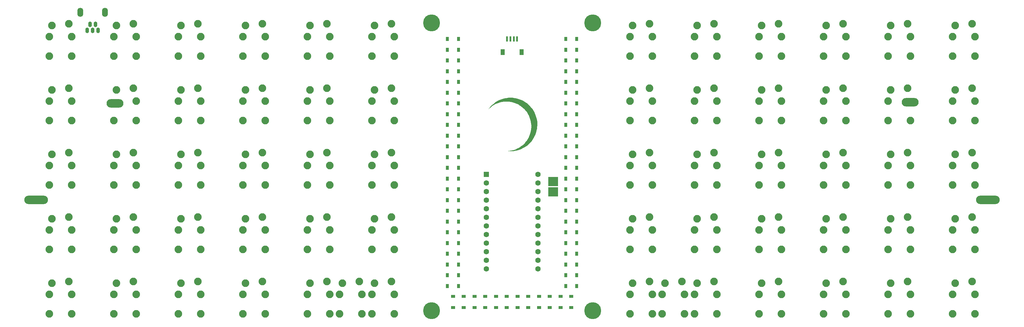
<source format=gbr>
G04 #@! TF.GenerationSoftware,KiCad,Pcbnew,(6.99.0-566-g22ff66f142)*
G04 #@! TF.CreationDate,2022-04-28T17:10:11+03:00*
G04 #@! TF.ProjectId,lumberjerk,6c756d62-6572-46a6-9572-6b2e6b696361,1.2*
G04 #@! TF.SameCoordinates,Original*
G04 #@! TF.FileFunction,Soldermask,Top*
G04 #@! TF.FilePolarity,Negative*
%FSLAX46Y46*%
G04 Gerber Fmt 4.6, Leading zero omitted, Abs format (unit mm)*
G04 Created by KiCad (PCBNEW (6.99.0-566-g22ff66f142)) date 2022-04-28 17:10:11*
%MOMM*%
%LPD*%
G01*
G04 APERTURE LIST*
G04 Aperture macros list*
%AMRoundRect*
0 Rectangle with rounded corners*
0 $1 Rounding radius*
0 $2 $3 $4 $5 $6 $7 $8 $9 X,Y pos of 4 corners*
0 Add a 4 corners polygon primitive as box body*
4,1,4,$2,$3,$4,$5,$6,$7,$8,$9,$2,$3,0*
0 Add four circle primitives for the rounded corners*
1,1,$1+$1,$2,$3*
1,1,$1+$1,$4,$5*
1,1,$1+$1,$6,$7*
1,1,$1+$1,$8,$9*
0 Add four rect primitives between the rounded corners*
20,1,$1+$1,$2,$3,$4,$5,0*
20,1,$1+$1,$4,$5,$6,$7,0*
20,1,$1+$1,$6,$7,$8,$9,0*
20,1,$1+$1,$8,$9,$2,$3,0*%
G04 Aperture macros list end*
%ADD10C,5.000000*%
%ADD11O,7.000000X2.500000*%
%ADD12R,0.900000X1.200000*%
%ADD13R,1.200000X0.900000*%
%ADD14C,2.250000*%
%ADD15R,3.000000X2.750000*%
%ADD16O,5.000000X2.500000*%
%ADD17R,1.200000X1.800000*%
%ADD18R,0.600000X1.550000*%
%ADD19R,1.600000X1.600000*%
%ADD20C,1.600000*%
%ADD21RoundRect,0.550000X0.000000X0.275000X0.000000X0.275000X0.000000X-0.275000X0.000000X-0.275000X0*%
%ADD22RoundRect,0.850000X0.000000X-0.500000X0.000000X-0.500000X0.000000X0.500000X0.000000X0.500000X0*%
G04 APERTURE END LIST*
G36*
X152047525Y-81667698D02*
G01*
X152242430Y-81670159D01*
X152427202Y-81674955D01*
X152595324Y-81682085D01*
X152740276Y-81691549D01*
X152844646Y-81701951D01*
X153376806Y-81784396D01*
X153891212Y-81897227D01*
X154389266Y-82040856D01*
X154872375Y-82215696D01*
X155341943Y-82422158D01*
X155407481Y-82454003D01*
X155563585Y-82531677D01*
X155697546Y-82600781D01*
X155818244Y-82666408D01*
X155934561Y-82733654D01*
X156055378Y-82807614D01*
X156189576Y-82893382D01*
X156304240Y-82968452D01*
X156734073Y-83272538D01*
X157138595Y-83600640D01*
X157517296Y-83951273D01*
X157869667Y-84322948D01*
X158195199Y-84714180D01*
X158493382Y-85123481D01*
X158763706Y-85549366D01*
X159005663Y-85990348D01*
X159218743Y-86444939D01*
X159402436Y-86911654D01*
X159556233Y-87389006D01*
X159679624Y-87875508D01*
X159772101Y-88369673D01*
X159833154Y-88870016D01*
X159862273Y-89375049D01*
X159858948Y-89883285D01*
X159822672Y-90393239D01*
X159752933Y-90903423D01*
X159649223Y-91412351D01*
X159511032Y-91918537D01*
X159443111Y-92128414D01*
X159258305Y-92619524D01*
X159043096Y-93093551D01*
X158798784Y-93549428D01*
X158526667Y-93986087D01*
X158228043Y-94402461D01*
X157904211Y-94797484D01*
X157556470Y-95170087D01*
X157186116Y-95519205D01*
X156794450Y-95843769D01*
X156382769Y-96142712D01*
X155952372Y-96414968D01*
X155504557Y-96659469D01*
X155040623Y-96875148D01*
X154561867Y-97060938D01*
X154069589Y-97215772D01*
X153565086Y-97338582D01*
X153049658Y-97428301D01*
X152983952Y-97437212D01*
X152454971Y-97488966D01*
X151922537Y-97506087D01*
X151394996Y-97488630D01*
X151300677Y-97481539D01*
X151212683Y-97473383D01*
X151140597Y-97465147D01*
X151094003Y-97457818D01*
X151092615Y-97457515D01*
X151056034Y-97448924D01*
X151045649Y-97443997D01*
X151064343Y-97441473D01*
X151114999Y-97440090D01*
X151133142Y-97439772D01*
X151192424Y-97437165D01*
X151276873Y-97431351D01*
X151376306Y-97423124D01*
X151480542Y-97413281D01*
X151506672Y-97410607D01*
X152007148Y-97341055D01*
X152496872Y-97238373D01*
X152974571Y-97103668D01*
X153438972Y-96938050D01*
X153888803Y-96742625D01*
X154322790Y-96518503D01*
X154739660Y-96266791D01*
X155138141Y-95988598D01*
X155516958Y-95685032D01*
X155874841Y-95357200D01*
X156210514Y-95006212D01*
X156522706Y-94633174D01*
X156810144Y-94239196D01*
X157071554Y-93825385D01*
X157305663Y-93392850D01*
X157511200Y-92942699D01*
X157686890Y-92476039D01*
X157831460Y-91993980D01*
X157860581Y-91879394D01*
X157911321Y-91661074D01*
X157953644Y-91451261D01*
X157989956Y-91236610D01*
X158022664Y-91003777D01*
X158032229Y-90927606D01*
X158045090Y-90793605D01*
X158054847Y-90631721D01*
X158061500Y-90449507D01*
X158065048Y-90254520D01*
X158065489Y-90054313D01*
X158062825Y-89856442D01*
X158057053Y-89668462D01*
X158048173Y-89497928D01*
X158036184Y-89352393D01*
X158032377Y-89318050D01*
X157954096Y-88800651D01*
X157843685Y-88298464D01*
X157700975Y-87811090D01*
X157525801Y-87338129D01*
X157317996Y-86879180D01*
X157077394Y-86433843D01*
X156803829Y-86001717D01*
X156497134Y-85582404D01*
X156458324Y-85533216D01*
X156360908Y-85416578D01*
X156241726Y-85283294D01*
X156106596Y-85139179D01*
X155961337Y-84990051D01*
X155811767Y-84841725D01*
X155663705Y-84700018D01*
X155522968Y-84570748D01*
X155395377Y-84459730D01*
X155334842Y-84410096D01*
X155043198Y-84189704D01*
X154732486Y-83977670D01*
X154412873Y-83780414D01*
X154094528Y-83604357D01*
X153921504Y-83517850D01*
X153467677Y-83318727D01*
X153001829Y-83151178D01*
X152521906Y-83014620D01*
X152025855Y-82908470D01*
X151511622Y-82832145D01*
X151501719Y-82830987D01*
X151412363Y-82823311D01*
X151293913Y-82817204D01*
X151152817Y-82812663D01*
X150995520Y-82809684D01*
X150828469Y-82808266D01*
X150658110Y-82808407D01*
X150490890Y-82810103D01*
X150333254Y-82813353D01*
X150191650Y-82818154D01*
X150072523Y-82824504D01*
X149989814Y-82831546D01*
X149475613Y-82905730D01*
X148973376Y-83013132D01*
X148484020Y-83153324D01*
X148008458Y-83325878D01*
X147547608Y-83530365D01*
X147102383Y-83766357D01*
X146673699Y-84033427D01*
X146262472Y-84331146D01*
X145869616Y-84659086D01*
X145654317Y-84859315D01*
X145565247Y-84945307D01*
X145499570Y-85008155D01*
X145455127Y-85049468D01*
X145429761Y-85070856D01*
X145421316Y-85073929D01*
X145427633Y-85060296D01*
X145446555Y-85031567D01*
X145471429Y-84995781D01*
X145706306Y-84681540D01*
X145970607Y-84366846D01*
X146258727Y-84057450D01*
X146565063Y-83759106D01*
X146884009Y-83477563D01*
X147184371Y-83237865D01*
X147606634Y-82940305D01*
X148048911Y-82671683D01*
X148509720Y-82432590D01*
X148987581Y-82223618D01*
X149481011Y-82045359D01*
X149988531Y-81898403D01*
X150508659Y-81783342D01*
X151030360Y-81701951D01*
X151149169Y-81690407D01*
X151296956Y-81681196D01*
X151467204Y-81674320D01*
X151653394Y-81669779D01*
X151849007Y-81667571D01*
X152047525Y-81667698D01*
G37*
D10*
X128587608Y-59531300D03*
X176212648Y-59531300D03*
X128587608Y-144661059D03*
X176212648Y-144661059D03*
D11*
X11905967Y-111893749D03*
X292893717Y-111893749D03*
D12*
X136587467Y-111918749D03*
X133287467Y-111918749D03*
D13*
X163512467Y-140431249D03*
X163512467Y-143731249D03*
D14*
X196724968Y-139835000D03*
X196724968Y-145555000D03*
X197524968Y-136493750D03*
X202524968Y-135993750D03*
X203324968Y-139835000D03*
X203324968Y-145555000D03*
D12*
X168212467Y-111918749D03*
X171512467Y-111918749D03*
D13*
X147637467Y-140431249D03*
X147637467Y-143731249D03*
D12*
X136587467Y-73818749D03*
X133287467Y-73818749D03*
D14*
X110999968Y-63635000D03*
X110999968Y-69355000D03*
X111799968Y-60293750D03*
X116799968Y-59793750D03*
X117599968Y-63635000D03*
X117599968Y-69355000D03*
X91949968Y-63635000D03*
X91949968Y-69355000D03*
X92749968Y-60293750D03*
X97749968Y-59793750D03*
X98549968Y-63635000D03*
X98549968Y-69355000D03*
D12*
X168212467Y-121443749D03*
X171512467Y-121443749D03*
X168212467Y-134143749D03*
X171512467Y-134143749D03*
D14*
X34799968Y-101735000D03*
X34799968Y-107455000D03*
X35599968Y-98393750D03*
X40599968Y-97893750D03*
X41399968Y-101735000D03*
X41399968Y-107455000D03*
D15*
X164549967Y-109492349D03*
X164549967Y-106495149D03*
D12*
X168212467Y-76993749D03*
X171512467Y-76993749D03*
D14*
X187199968Y-63635000D03*
X187199968Y-69355000D03*
X187999968Y-60293750D03*
X192999968Y-59793750D03*
X193799968Y-63635000D03*
X193799968Y-69355000D03*
D16*
X269959967Y-82995749D03*
D12*
X168212467Y-124618749D03*
X171512467Y-124618749D03*
D13*
X144462467Y-140431249D03*
X144462467Y-143731249D03*
D14*
X53849968Y-120785000D03*
X53849968Y-126505000D03*
X54649968Y-117443750D03*
X59649968Y-116943750D03*
X60449968Y-120785000D03*
X60449968Y-126505000D03*
X187199968Y-82685000D03*
X187199968Y-88405000D03*
X187999968Y-79343750D03*
X192999968Y-78843750D03*
X193799968Y-82685000D03*
X193799968Y-88405000D03*
X225299968Y-63635000D03*
X225299968Y-69355000D03*
X226099968Y-60293750D03*
X231099968Y-59793750D03*
X231899968Y-63635000D03*
X231899968Y-69355000D03*
X110999968Y-82685000D03*
X110999968Y-88405000D03*
X111799968Y-79343750D03*
X116799968Y-78843750D03*
X117599968Y-82685000D03*
X117599968Y-88405000D03*
D12*
X168212467Y-137318749D03*
X171512467Y-137318749D03*
D14*
X34799968Y-63635000D03*
X34799968Y-69355000D03*
X35599968Y-60293750D03*
X40599968Y-59793750D03*
X41399968Y-63635000D03*
X41399968Y-69355000D03*
D12*
X136587467Y-108743749D03*
X133287467Y-108743749D03*
X136587467Y-115093749D03*
X133287467Y-115093749D03*
D14*
X72899968Y-63635000D03*
X72899968Y-69355000D03*
X73699968Y-60293750D03*
X78699968Y-59793750D03*
X79499968Y-63635000D03*
X79499968Y-69355000D03*
D12*
X136587467Y-86518749D03*
X133287467Y-86518749D03*
X168212467Y-86518749D03*
X171512467Y-86518749D03*
X136587467Y-67468749D03*
X133287467Y-67468749D03*
D13*
X169862467Y-140431249D03*
X169862467Y-143731249D03*
D14*
X15749968Y-139835000D03*
X15749968Y-145555000D03*
X16549968Y-136493750D03*
X21549968Y-135993750D03*
X22349968Y-139835000D03*
X22349968Y-145555000D03*
X53849968Y-63635000D03*
X53849968Y-69355000D03*
X54649968Y-60293750D03*
X59649968Y-59793750D03*
X60449968Y-63635000D03*
X60449968Y-69355000D03*
D13*
X138112467Y-140431249D03*
X138112467Y-143731249D03*
D12*
X168212467Y-70643749D03*
X171512467Y-70643749D03*
X168212467Y-73818749D03*
X171512467Y-73818749D03*
X136587467Y-124618749D03*
X133287467Y-124618749D03*
D14*
X206249968Y-139835000D03*
X206249968Y-145555000D03*
X207049968Y-136493750D03*
X212049968Y-135993750D03*
X212849968Y-139835000D03*
X212849968Y-145555000D03*
X282449968Y-139835000D03*
X282449968Y-145555000D03*
X283249968Y-136493750D03*
X288249968Y-135993750D03*
X289049968Y-139835000D03*
X289049968Y-145555000D03*
X15749968Y-120785000D03*
X15749968Y-126505000D03*
X16549968Y-117443750D03*
X21549968Y-116943750D03*
X22349968Y-120785000D03*
X22349968Y-126505000D03*
D12*
X168212467Y-108743749D03*
X171512467Y-108743749D03*
D14*
X263399968Y-82685000D03*
X263399968Y-88405000D03*
X264199968Y-79343750D03*
X269199968Y-78843750D03*
X269999968Y-88405000D03*
D12*
X168212467Y-92868749D03*
X171512467Y-92868749D03*
D14*
X53849968Y-101735000D03*
X53849968Y-107455000D03*
X54649968Y-98393750D03*
X59649968Y-97893750D03*
X60449968Y-101735000D03*
X60449968Y-107455000D03*
X244349968Y-101735000D03*
X244349968Y-107455000D03*
X245149968Y-98393750D03*
X250149968Y-97893750D03*
X250949968Y-101735000D03*
X250949968Y-107455000D03*
D12*
X136587467Y-137318749D03*
X133287467Y-137318749D03*
X136587467Y-80168749D03*
X133287467Y-80168749D03*
X168212467Y-118268749D03*
X171512467Y-118268749D03*
D14*
X263399968Y-63635000D03*
X263399968Y-69355000D03*
X264199968Y-60293750D03*
X269199968Y-59793750D03*
X269999968Y-63635000D03*
X269999968Y-69355000D03*
X101474968Y-139835000D03*
X101474968Y-145555000D03*
X102274968Y-136493750D03*
X107274968Y-135993750D03*
X108074968Y-139835000D03*
X108074968Y-145555000D03*
X244349968Y-63635000D03*
X244349968Y-69355000D03*
X245149968Y-60293750D03*
X250149968Y-59793750D03*
X250949968Y-63635000D03*
X250949968Y-69355000D03*
X187199968Y-139835000D03*
X187199968Y-145555000D03*
X187999968Y-136493750D03*
X192999968Y-135993750D03*
X193799968Y-139835000D03*
X193799968Y-145555000D03*
D16*
X35124967Y-83343749D03*
D12*
X136587467Y-134143749D03*
X133287467Y-134143749D03*
D14*
X53849968Y-139835000D03*
X53849968Y-145555000D03*
X54649968Y-136493750D03*
X59649968Y-135993750D03*
X60449968Y-139835000D03*
X60449968Y-145555000D03*
X263399968Y-101735000D03*
X263399968Y-107455000D03*
X264199968Y-98393750D03*
X269199968Y-97893750D03*
X269999968Y-101735000D03*
X269999968Y-107455000D03*
D12*
X168212467Y-67468749D03*
X171512467Y-67468749D03*
X168212467Y-127793749D03*
X171512467Y-127793749D03*
D14*
X91949968Y-101735000D03*
X91949968Y-107455000D03*
X92749968Y-98393750D03*
X97749968Y-97893750D03*
X98549968Y-101735000D03*
X98549968Y-107455000D03*
X110999968Y-101735000D03*
X110999968Y-107455000D03*
X111799968Y-98393750D03*
X116799968Y-97893750D03*
X117599968Y-101735000D03*
X117599968Y-107455000D03*
X282449968Y-120785000D03*
X282449968Y-126505000D03*
X283249968Y-117443750D03*
X288249968Y-116943750D03*
X289049968Y-120785000D03*
X289049968Y-126505000D03*
D12*
X136587467Y-89693749D03*
X133287467Y-89693749D03*
X168212467Y-80168749D03*
X171512467Y-80168749D03*
D13*
X166687467Y-140431249D03*
X166687467Y-143731249D03*
D14*
X244349968Y-139835000D03*
X244349968Y-145555000D03*
X245149968Y-136493750D03*
X250149968Y-135993750D03*
X250949968Y-139835000D03*
X250949968Y-145555000D03*
X263399968Y-139835000D03*
X263399968Y-145555000D03*
X264199968Y-136493750D03*
X269199968Y-135993750D03*
X269999968Y-139835000D03*
X269999968Y-145555000D03*
X110999968Y-139835000D03*
X110999968Y-145555000D03*
X111799968Y-136493750D03*
X116799968Y-135993750D03*
X117599968Y-139835000D03*
X117599968Y-145555000D03*
D13*
X153987467Y-140431249D03*
X153987467Y-143731249D03*
D12*
X168212467Y-105568749D03*
X171512467Y-105568749D03*
D14*
X244349968Y-82685000D03*
X244349968Y-88405000D03*
X245149968Y-79343750D03*
X250149968Y-78843750D03*
X250949968Y-82685000D03*
X250949968Y-88405000D03*
X282449968Y-82685000D03*
X282449968Y-88405000D03*
X283249968Y-79343750D03*
X288249968Y-78843750D03*
X289049968Y-82685000D03*
X289049968Y-88405000D03*
X187199968Y-101735000D03*
X187199968Y-107455000D03*
X187999968Y-98393750D03*
X192999968Y-97893750D03*
X193799968Y-101735000D03*
X193799968Y-107455000D03*
D12*
X168212467Y-99218749D03*
X171512467Y-99218749D03*
X136587467Y-92868749D03*
X133287467Y-92868749D03*
D14*
X91949968Y-82685000D03*
X91949968Y-88405000D03*
X92749968Y-79343750D03*
X97749968Y-78843750D03*
X98549968Y-82685000D03*
X98549968Y-88405000D03*
D12*
X168212467Y-130968749D03*
X171512467Y-130968749D03*
D14*
X15749968Y-63635000D03*
X15749968Y-69355000D03*
X16549968Y-60293750D03*
X21549968Y-59793750D03*
X22349968Y-63635000D03*
X22349968Y-69355000D03*
D12*
X136587467Y-83343749D03*
X133287467Y-83343749D03*
D14*
X187199968Y-120785000D03*
X187199968Y-126505000D03*
X187999968Y-117443750D03*
X192999968Y-116943750D03*
X193799968Y-120785000D03*
X193799968Y-126505000D03*
D12*
X136587467Y-64293749D03*
X133287467Y-64293749D03*
D14*
X206249968Y-120785000D03*
X206249968Y-126505000D03*
X207049968Y-117443750D03*
X212049968Y-116943750D03*
X212849968Y-120785000D03*
X212849968Y-126505000D03*
X244349968Y-120785000D03*
X244349968Y-126505000D03*
X245149968Y-117443750D03*
X250149968Y-116943750D03*
X250949968Y-120785000D03*
X250949968Y-126505000D03*
D12*
X168212467Y-83343749D03*
X171512467Y-83343749D03*
X168212467Y-89693749D03*
X171512467Y-89693749D03*
D14*
X72899968Y-82685000D03*
X72899968Y-88405000D03*
X73699968Y-79343750D03*
X78699968Y-78843750D03*
X79499968Y-82685000D03*
X79499968Y-88405000D03*
D12*
X136587467Y-76993749D03*
X133287467Y-76993749D03*
D17*
X149599967Y-68156249D03*
X155199967Y-68156249D03*
D18*
X150899967Y-64281249D03*
X151899967Y-64281249D03*
X152899967Y-64281249D03*
X153899967Y-64281249D03*
D13*
X150812467Y-140431249D03*
X150812467Y-143731249D03*
X134937467Y-140431249D03*
X134937467Y-143731249D03*
D12*
X136587467Y-130968749D03*
X133287467Y-130968749D03*
D14*
X34799968Y-88405000D03*
X35599968Y-79343750D03*
X40599968Y-78843750D03*
X41399968Y-82685000D03*
X41399968Y-88405000D03*
D12*
X136587467Y-121443749D03*
X133287467Y-121443749D03*
X136587467Y-96043749D03*
X133287467Y-96043749D03*
D14*
X72899968Y-101735000D03*
X72899968Y-107455000D03*
X73699968Y-98393750D03*
X78699968Y-97893750D03*
X79499968Y-101735000D03*
X79499968Y-107455000D03*
D13*
X157162467Y-140431249D03*
X157162467Y-143731249D03*
D19*
X144779967Y-104298749D03*
D20*
X144779968Y-106838750D03*
X144779968Y-109378750D03*
X144779968Y-111918750D03*
X144779968Y-114458750D03*
X144779968Y-116998750D03*
X144779968Y-119538750D03*
X144779968Y-122078750D03*
X144779968Y-124618750D03*
X144779968Y-127158750D03*
X144779968Y-129698750D03*
X144779968Y-132238750D03*
X160019968Y-132238750D03*
X160019968Y-129698750D03*
X160019968Y-127158750D03*
X160019968Y-124618750D03*
X160019968Y-122078750D03*
X160019968Y-119538750D03*
X160019968Y-116998750D03*
X160019968Y-114458750D03*
X160019968Y-111918750D03*
X160019968Y-109378750D03*
X160019968Y-106838750D03*
X160019968Y-104298750D03*
D12*
X168212467Y-115093749D03*
X171512467Y-115093749D03*
D14*
X206249968Y-63635000D03*
X206249968Y-69355000D03*
X207049968Y-60293750D03*
X212049968Y-59793750D03*
X212849968Y-63635000D03*
X212849968Y-69355000D03*
X206249968Y-82685000D03*
X206249968Y-88405000D03*
X207049968Y-79343750D03*
X212049968Y-78843750D03*
X212849968Y-82685000D03*
X212849968Y-88405000D03*
X282450240Y-63635054D03*
X282450240Y-69355054D03*
X283250240Y-60293804D03*
X288250240Y-59793804D03*
X289050240Y-63635054D03*
X289050240Y-69355054D03*
D12*
X168212467Y-64293749D03*
X171512467Y-64293749D03*
D14*
X91949968Y-139835000D03*
X91949968Y-145555000D03*
X92749968Y-136493750D03*
X97749968Y-135993750D03*
X98549968Y-139835000D03*
X98549968Y-145555000D03*
X225299968Y-82685000D03*
X225299968Y-88405000D03*
X226099968Y-79343750D03*
X231099968Y-78843750D03*
X231899968Y-82685000D03*
X231899968Y-88405000D03*
D12*
X168212467Y-96043749D03*
X171512467Y-96043749D03*
D14*
X91949968Y-120785000D03*
X91949968Y-126505000D03*
X92749968Y-117443750D03*
X97749968Y-116943750D03*
X98549968Y-120785000D03*
X98549968Y-126505000D03*
X72899968Y-139835000D03*
X72899968Y-145555000D03*
X73699968Y-136493750D03*
X78699968Y-135993750D03*
X79499968Y-139835000D03*
X79499968Y-145555000D03*
X110999968Y-120785000D03*
X110999968Y-126505000D03*
X111799968Y-117443750D03*
X116799968Y-116943750D03*
X117599968Y-120785000D03*
X117599968Y-126505000D03*
X225299968Y-120785000D03*
X225299968Y-126505000D03*
X226099968Y-117443750D03*
X231099968Y-116943750D03*
X231899968Y-120785000D03*
X231899968Y-126505000D03*
D13*
X141287467Y-140431249D03*
X141287467Y-143731249D03*
X160337467Y-140431249D03*
X160337467Y-143731249D03*
D12*
X168212467Y-102393749D03*
X171512467Y-102393749D03*
X136587467Y-118268749D03*
X133287467Y-118268749D03*
D14*
X34799968Y-120785000D03*
X34799968Y-126505000D03*
X35599968Y-117443750D03*
X40599968Y-116943750D03*
X41399968Y-120785000D03*
X41399968Y-126505000D03*
X282449968Y-101735000D03*
X282449968Y-107455000D03*
X283249968Y-98393750D03*
X288249968Y-97893750D03*
X289049968Y-101735000D03*
X289049968Y-107455000D03*
D12*
X136587467Y-105568749D03*
X133287467Y-105568749D03*
D14*
X34799968Y-139835000D03*
X34799968Y-145555000D03*
X35599968Y-136493750D03*
X40599968Y-135993750D03*
X41399968Y-139835000D03*
X41399968Y-145555000D03*
X15749968Y-101735000D03*
X15749968Y-107455000D03*
X16549968Y-98393750D03*
X21549968Y-97893750D03*
X22349968Y-101735000D03*
X22349968Y-107455000D03*
D12*
X136587467Y-127793749D03*
X133287467Y-127793749D03*
X136587467Y-99218749D03*
X133287467Y-99218749D03*
X136587467Y-102393749D03*
X133287467Y-102393749D03*
D14*
X225299968Y-101735000D03*
X225299968Y-107455000D03*
X226099968Y-98393750D03*
X231099968Y-97893750D03*
X231899968Y-101735000D03*
X231899968Y-107455000D03*
X206249968Y-101735000D03*
X206249968Y-107455000D03*
X207049968Y-98393750D03*
X212049968Y-97893750D03*
X212849968Y-101735000D03*
X212849968Y-107455000D03*
X53849968Y-82685000D03*
X53849968Y-88405000D03*
X54649968Y-79343750D03*
X59649968Y-78843750D03*
X60449968Y-82685000D03*
X60449968Y-88405000D03*
X225299968Y-139835000D03*
X225299968Y-145555000D03*
X226099968Y-136493750D03*
X231099968Y-135993750D03*
X231899968Y-139835000D03*
X231899968Y-145555000D03*
X263399968Y-120785000D03*
X263399968Y-126505000D03*
X264199968Y-117443750D03*
X269199968Y-116943750D03*
X269999968Y-120785000D03*
X269999968Y-126505000D03*
X72899968Y-120785000D03*
X72899968Y-126505000D03*
X73699968Y-117443750D03*
X78699968Y-116943750D03*
X79499968Y-120785000D03*
X79499968Y-126505000D03*
D12*
X136587467Y-70643749D03*
X133287467Y-70643749D03*
D14*
X15749968Y-82685000D03*
X15749968Y-88405000D03*
X16549968Y-79343750D03*
X21549968Y-78843750D03*
X22349968Y-82685000D03*
X22349968Y-88405000D03*
D21*
X26974968Y-61724996D03*
X27774969Y-59974999D03*
X28574968Y-61724996D03*
X29374968Y-59974999D03*
X30174968Y-61724996D03*
D22*
X24924968Y-56400000D03*
X32224968Y-56400000D03*
M02*

</source>
